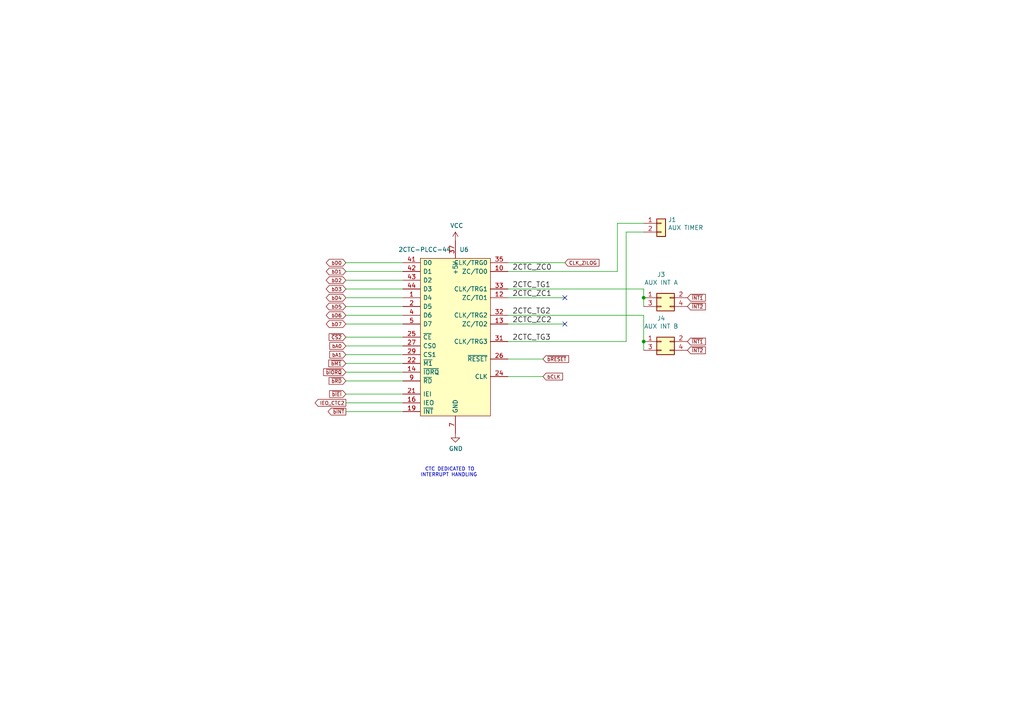
<source format=kicad_sch>
(kicad_sch (version 20211123) (generator eeschema)
  (paper "A4")
  (lib_symbols
    (symbol "Connector_Generic:Conn_01x02" (pin_names (offset 1.016) hide)
      (property "Reference" "J" (at 0 2.54 0))
      (property "Value" "Conn_01x02" (at 0 -5.08 0))
      (symbol "Conn_01x02_1_1"
        (rectangle (start -1.27 -2.413) (end 0 -2.667) (stroke (width 0.1524)))
        (rectangle (start -1.27 0.127) (end 0 -0.127) (stroke (width 0.1524)))
        (rectangle (start -1.27 1.27) (end 1.27 -3.81) (stroke (width 0.254)) (fill (type background)))
        (pin passive line (at -5.08 0 0) (length 3.81) (name "Pin_1") (number "1"))
        (pin passive line (at -5.08 -2.54 0) (length 3.81) (name "Pin_2") (number "2"))
      )
    )
    (symbol "Connector_Generic:Conn_02x02_Odd_Even" (pin_names (offset 1.016) hide)
      (property "Reference" "J" (at 1.27 2.54 0))
      (property "Value" "Conn_02x02_Odd_Even" (at 1.27 -5.08 0))
      (symbol "Conn_02x02_Odd_Even_1_1"
        (rectangle (start -1.27 -2.413) (end 0 -2.667) (stroke (width 0.1524)))
        (rectangle (start -1.27 0.127) (end 0 -0.127) (stroke (width 0.1524)))
        (rectangle (start -1.27 1.27) (end 3.81 -3.81) (stroke (width 0.254)) (fill (type background)))
        (rectangle (start 3.81 -2.413) (end 2.54 -2.667) (stroke (width 0.1524)))
        (rectangle (start 3.81 0.127) (end 2.54 -0.127) (stroke (width 0.1524)))
        (pin passive line (at -5.08 0 0) (length 3.81) (name "Pin_1") (number "1"))
        (pin passive line (at 7.62 0 180) (length 3.81) (name "Pin_2") (number "2"))
        (pin passive line (at -5.08 -2.54 0) (length 3.81) (name "Pin_3") (number "3"))
        (pin passive line (at 7.62 -2.54 180) (length 3.81) (name "Pin_4") (number "4"))
      )
    )
    (symbol "Zilog_Z80_Peripherals:CTC-PLCC-44" (pin_names (offset 0.762))
      (property "Reference" "IC" (at 0 2.54 0))
      (property "Value" "CTC-PLCC-44" (at 12.7 1.27 0))
      (symbol "CTC-PLCC-44_0_0"
        (pin bidirectional line (at -5.08 -11.43 0) (length 5.08) (name "D4") (number "1"))
        (pin output line (at 25.4 -3.81 180) (length 5.08) (name "ZC/TO0") (number "10"))
        (pin no_connect line (at 12.7 -12.7 0) (length 2.54) hide (name "NC") (number "11"))
        (pin output line (at 25.4 -11.43 180) (length 5.08) (name "ZC/TO1") (number "12"))
        (pin output line (at 25.4 -19.05 180) (length 5.08) (name "ZC/TO2") (number "13"))
        (pin input line (at -5.08 -33.02 0) (length 5.08) (name "~{IORQ}") (number "14"))
        (pin no_connect line (at 12.7 -15.24 0) (length 2.54) hide (name "NC") (number "15"))
        (pin output line (at -5.08 -41.91 0) (length 5.08) (name "IEO") (number "16"))
        (pin no_connect line (at 12.7 -17.78 0) (length 2.54) hide (name "NC") (number "17"))
        (pin no_connect line (at 12.7 -20.32 0) (length 2.54) hide (name "NC") (number "18"))
        (pin open_collector line (at -5.08 -44.45 0) (length 5.08) (name "~{INT}") (number "19"))
        (pin bidirectional line (at -5.08 -13.97 0) (length 5.08) (name "D5") (number "2"))
        (pin no_connect line (at 12.7 -22.86 0) (length 2.54) hide (name "NC") (number "20"))
        (pin input line (at -5.08 -39.37 0) (length 5.08) (name "IEI") (number "21"))
        (pin input line (at -5.08 -30.48 0) (length 5.08) (name "~{M1}") (number "22"))
        (pin no_connect line (at 12.7 -25.4 0) (length 2.54) hide (name "NC") (number "23"))
        (pin input line (at 25.4 -34.29 180) (length 5.08) (name "CLK") (number "24"))
        (pin input line (at -5.08 -22.86 0) (length 5.08) (name "~{CE}") (number "25"))
        (pin input line (at 25.4 -29.21 180) (length 5.08) (name "~{RESET}") (number "26"))
        (pin input line (at -5.08 -25.4 0) (length 5.08) (name "CS0") (number "27"))
        (pin no_connect line (at 12.7 -27.94 0) (length 2.54) hide (name "NC") (number "28"))
        (pin input line (at -5.08 -27.94 0) (length 5.08) (name "CS1") (number "29"))
        (pin no_connect line (at 12.7 -5.08 0) (length 2.54) hide (name "NC") (number "3"))
        (pin no_connect line (at 12.7 -30.48 0) (length 2.54) hide (name "NC") (number "30"))
        (pin input line (at 25.4 -24.13 180) (length 5.08) (name "CLK/TRG3") (number "31"))
        (pin input line (at 25.4 -16.51 180) (length 5.08) (name "CLK/TRG2") (number "32"))
        (pin input line (at 25.4 -8.89 180) (length 5.08) (name "CLK/TRG1") (number "33"))
        (pin no_connect line (at 12.7 -33.02 0) (length 2.54) hide (name "NC") (number "34"))
        (pin input line (at 25.4 -1.27 180) (length 5.08) (name "CLK/TRG0") (number "35"))
        (pin no_connect line (at 12.7 -43.18 0) (length 2.54) hide (name "NC") (number "36"))
        (pin power_in line (at 10.16 5.08 270) (length 5.08) (name "+5V") (number "37"))
        (pin no_connect line (at 12.7 -35.56 0) (length 2.54) hide (name "NC") (number "38"))
        (pin no_connect line (at 12.7 -40.64 0) (length 2.54) hide (name "NC") (number "39"))
        (pin bidirectional line (at -5.08 -16.51 0) (length 5.08) (name "D6") (number "4"))
        (pin no_connect line (at 12.7 -38.1 0) (length 2.54) hide (name "NC") (number "40"))
        (pin bidirectional line (at -5.08 -1.27 0) (length 5.08) (name "D0") (number "41"))
        (pin bidirectional line (at -5.08 -3.81 0) (length 5.08) (name "D1") (number "42"))
        (pin bidirectional line (at -5.08 -6.35 0) (length 5.08) (name "D2") (number "43"))
        (pin bidirectional line (at -5.08 -8.89 0) (length 5.08) (name "D3") (number "44"))
        (pin bidirectional line (at -5.08 -19.05 0) (length 5.08) (name "D7") (number "5"))
        (pin no_connect line (at 12.7 -7.62 0) (length 2.54) hide (name "NC") (number "6"))
        (pin power_in line (at 10.16 -50.8 90) (length 5.08) (name "GND") (number "7"))
        (pin no_connect line (at 12.7 -10.16 0) (length 2.54) hide (name "NC") (number "8"))
        (pin input line (at -5.08 -35.56 0) (length 5.08) (name "~{RD}") (number "9"))
      )
      (symbol "CTC-PLCC-44_0_1"
        (rectangle (start 0 0) (end 20.32 -45.72) (fill (type background)))
      )
    )
    (symbol "power:GND" (power) (pin_names (offset 0))
      (property "Value" "GND" (at 0 -3.81 0))
      (symbol "GND_0_1"
        (polyline (pts (xy 0 0) (xy 0 -1.27) (xy 1.27 -1.27) (xy 0 -2.54) (xy -1.27 -1.27) (xy 0 -1.27)))
      )
      (symbol "GND_1_1"
        (pin power_in line (at 0 0 270) (length 0) hide (name "GND") (number "1"))
      )
    )
    (symbol "power:VCC" (power) (pin_names (offset 0))
      (property "Value" "VCC" (at 0 3.81 0))
      (symbol "VCC_0_1"
        (polyline (pts (xy -0.762 1.27) (xy 0 2.54)))
        (polyline (pts (xy 0 0) (xy 0 2.54)))
        (polyline (pts (xy 0 2.54) (xy 0.762 1.27)))
      )
      (symbol "VCC_1_1"
        (pin power_in line (at 0 0 90) (length 0) hide (name "VCC") (number "1"))
      )
    )
  )
  (junction (at 186.69 99.06))
  (junction (at 186.69 86.36))
  (no_connect (at 163.83 93.98))
  (no_connect (at 163.83 86.36))
  (wire (pts (xy 147.32 83.82) (xy 186.69 83.82)))
  (wire (pts (xy 147.32 91.44) (xy 186.69 91.44)))
  (wire (pts (xy 186.69 83.82) (xy 186.69 86.36)))
  (wire (pts (xy 100.33 102.87) (xy 116.84 102.87)))
  (wire (pts (xy 179.07 64.77) (xy 186.69 64.77)))
  (wire (pts (xy 186.69 99.06) (xy 186.69 101.6)))
  (wire (pts (xy 100.33 78.74) (xy 116.84 78.74)))
  (wire (pts (xy 100.33 91.44) (xy 116.84 91.44)))
  (wire (pts (xy 100.33 105.41) (xy 116.84 105.41)))
  (wire (pts (xy 100.33 107.95) (xy 116.84 107.95)))
  (wire (pts (xy 100.33 100.33) (xy 116.84 100.33)))
  (wire (pts (xy 100.33 93.98) (xy 116.84 93.98)))
  (wire (pts (xy 179.07 78.74) (xy 179.07 64.77)))
  (wire (pts (xy 147.32 76.2) (xy 163.83 76.2)))
  (wire (pts (xy 100.33 97.79) (xy 116.84 97.79)))
  (wire (pts (xy 147.32 78.74) (xy 179.07 78.74)))
  (wire (pts (xy 100.33 83.82) (xy 116.84 83.82)))
  (wire (pts (xy 186.69 91.44) (xy 186.69 99.06)))
  (wire (pts (xy 186.69 67.31) (xy 181.61 67.31)))
  (wire (pts (xy 186.69 86.36) (xy 186.69 88.9)))
  (wire (pts (xy 100.33 81.28) (xy 116.84 81.28)))
  (wire (pts (xy 147.32 104.14) (xy 157.48 104.14)))
  (wire (pts (xy 147.32 109.22) (xy 157.48 109.22)))
  (wire (pts (xy 147.32 86.36) (xy 163.83 86.36)))
  (wire (pts (xy 100.33 116.84) (xy 116.84 116.84)))
  (wire (pts (xy 181.61 67.31) (xy 181.61 99.06)))
  (wire (pts (xy 100.33 88.9) (xy 116.84 88.9)))
  (wire (pts (xy 100.33 86.36) (xy 116.84 86.36)))
  (wire (pts (xy 147.32 93.98) (xy 163.83 93.98)))
  (wire (pts (xy 100.33 76.2) (xy 116.84 76.2)))
  (wire (pts (xy 100.33 114.3) (xy 116.84 114.3)))
  (wire (pts (xy 100.33 110.49) (xy 116.84 110.49)))
  (wire (pts (xy 147.32 99.06) (xy 181.61 99.06)))
  (wire (pts (xy 100.33 119.38) (xy 116.84 119.38)))
  (text "CTC DEDICATED TO \nINTERRUPT HANDLING" (at 138.43 138.43 180) (effects (font (size 1.016 1.016)) (justify right bottom)))
  (label "2CTC_TG2" (at 148.59 91.44 0) (effects (font (size 1.524 1.524))))
  (label "2CTC_ZC1" (at 148.59 86.36 0) (effects (font (size 1.524 1.524))))
  (label "2CTC_ZC0" (at 148.59 78.74 0) (effects (font (size 1.524 1.524))))
  (label "2CTC_TG3" (at 148.59 99.06 0) (effects (font (size 1.524 1.524))))
  (label "2CTC_TG1" (at 148.59 83.82 0) (effects (font (size 1.524 1.524))))
  (label "2CTC_ZC2" (at 148.59 93.98 0) (effects (font (size 1.524 1.524))))
  (global_label "~{bRESET}" (shape input) (at 157.48 104.14 0) (effects (font (size 1.016 1.016))) (property "Intersheet References" "${INTERSHEET_REFS}" (effects hide)))
  (global_label "bD7" (shape bidirectional) (at 100.33 93.98 180) (effects (font (size 1.016 1.016))) (property "Intersheet References" "${INTERSHEET_REFS}" (effects hide)))
  (global_label "~{bM1}" (shape input) (at 100.33 105.41 180) (effects (font (size 1.016 1.016))) (property "Intersheet References" "${INTERSHEET_REFS}" (effects hide)))
  (global_label "bD2" (shape bidirectional) (at 100.33 81.28 180) (effects (font (size 1.016 1.016))) (property "Intersheet References" "${INTERSHEET_REFS}" (effects hide)))
  (global_label "~{INT2}" (shape input) (at 199.39 88.9 0) (effects (font (size 1.016 1.016))) (property "Intersheet References" "${INTERSHEET_REFS}" (effects hide)))
  (global_label "bD1" (shape bidirectional) (at 100.33 78.74 180) (effects (font (size 1.016 1.016))) (property "Intersheet References" "${INTERSHEET_REFS}" (effects hide)))
  (global_label "bD5" (shape bidirectional) (at 100.33 88.9 180) (effects (font (size 1.016 1.016))) (property "Intersheet References" "${INTERSHEET_REFS}" (effects hide)))
  (global_label "~{CS2}" (shape input) (at 100.33 97.79 180) (effects (font (size 1.016 1.016))) (property "Intersheet References" "${INTERSHEET_REFS}" (effects hide)))
  (global_label "~{INT2}" (shape input) (at 199.39 101.6 0) (effects (font (size 1.016 1.016))) (property "Intersheet References" "${INTERSHEET_REFS}" (effects hide)))
  (global_label "~{bINT}" (shape output) (at 100.33 119.38 180) (effects (font (size 1.016 1.016))) (property "Intersheet References" "${INTERSHEET_REFS}" (effects hide)))
  (global_label "bA0" (shape input) (at 100.33 100.33 180) (effects (font (size 1.016 1.016))) (property "Intersheet References" "${INTERSHEET_REFS}" (effects hide)))
  (global_label "bCLK" (shape input) (at 157.48 109.22 0) (effects (font (size 1.016 1.016))) (property "Intersheet References" "${INTERSHEET_REFS}" (effects hide)))
  (global_label "~{bIORQ}" (shape input) (at 100.33 107.95 180) (effects (font (size 1.016 1.016))) (property "Intersheet References" "${INTERSHEET_REFS}" (effects hide)))
  (global_label "IEO_CTC2" (shape output) (at 100.33 116.84 180) (effects (font (size 1.016 1.016))) (property "Intersheet References" "${INTERSHEET_REFS}" (effects hide)))
  (global_label "bA1" (shape input) (at 100.33 102.87 180) (effects (font (size 1.016 1.016))) (property "Intersheet References" "${INTERSHEET_REFS}" (effects hide)))
  (global_label "bD6" (shape bidirectional) (at 100.33 91.44 180) (effects (font (size 1.016 1.016))) (property "Intersheet References" "${INTERSHEET_REFS}" (effects hide)))
  (global_label "~{bIEI}" (shape input) (at 100.33 114.3 180) (effects (font (size 1.016 1.016))) (property "Intersheet References" "${INTERSHEET_REFS}" (effects hide)))
  (global_label "~{INT1}" (shape input) (at 199.39 99.06 0) (effects (font (size 1.016 1.016))) (property "Intersheet References" "${INTERSHEET_REFS}" (effects hide)))
  (global_label "bD3" (shape bidirectional) (at 100.33 83.82 180) (effects (font (size 1.016 1.016))) (property "Intersheet References" "${INTERSHEET_REFS}" (effects hide)))
  (global_label "~{bRD}" (shape input) (at 100.33 110.49 180) (effects (font (size 1.016 1.016))) (property "Intersheet References" "${INTERSHEET_REFS}" (effects hide)))
  (global_label "CLK_ZILOG" (shape input) (at 163.83 76.2 0) (effects (font (size 1.016 1.016))) (property "Intersheet References" "${INTERSHEET_REFS}" (effects hide)))
  (global_label "bD4" (shape bidirectional) (at 100.33 86.36 180) (effects (font (size 1.016 1.016))) (property "Intersheet References" "${INTERSHEET_REFS}" (effects hide)))
  (global_label "bD0" (shape bidirectional) (at 100.33 76.2 180) (effects (font (size 1.016 1.016))) (property "Intersheet References" "${INTERSHEET_REFS}" (effects hide)))
  (global_label "~{INT1}" (shape input) (at 199.39 86.36 0) (effects (font (size 1.016 1.016))) (property "Intersheet References" "${INTERSHEET_REFS}" (effects hide)))
  (symbol (lib_id "power:VCC") (at 132.08 69.85 0) (unit 1)
    (property "Reference" "#PWR04" (effects hide))
    (property "Value" "VCC" (at 132.461 65.4558 0))
  )
  (symbol (lib_id "power:GND") (at 132.08 125.73 0) (unit 1)
    (property "Reference" "#PWR05" (effects hide))
    (property "Value" "GND" (at 132.207 130.1242 0))
  )
  (symbol (lib_id "Zilog_Z80_Peripherals:CTC-PLCC-44") (at 121.92 74.93 0) (unit 1)
    (property "Reference" "U6" (at 134.62 72.39 0))
    (property "Value" "2CTC-PLCC-44" (at 123.19 72.39 0))
    (property "Footprint" "Package_LCC:PLCC-44_16.6x16.6mm_P1.27mm" (effects hide))
    (property "Datasheet" "http://www.zilog.com/docs/z80/ps0181.pdf" (effects hide))
    (property "Description" "Z8430 Zilog CTC" (effects hide))
    (property "Height" "5.21" (effects hide))
    (property "Manufacturer_Name" "Zilog" (effects hide))
    (property "Manufacturer_Part_Number" "Z84C3010PEG" (effects hide))
    (property "Mouser Part Number" "692-Z84C3010PEG" (effects hide))
    (property "Mouser Price/Stock" "https://www.mouser.com/Search/Refine.aspx?Keyword=692-Z84C3010PEG" (effects hide))
  )
  (symbol (lib_id "Connector_Generic:Conn_02x02_Odd_Even") (at 191.77 86.36 0) (unit 1)
    (property "Reference" "J3" (at 191.77 79.629 0))
    (property "Value" "AUX INT A" (at 191.77 81.9404 0))
    (property "Footprint" "Connector_PinHeader_2.54mm:PinHeader_2x02_P2.54mm_Vertical" (effects hide))
  )
  (symbol (lib_id "Connector_Generic:Conn_02x02_Odd_Even") (at 191.77 99.06 0) (unit 1)
    (property "Reference" "J4" (at 191.77 92.329 0))
    (property "Value" "AUX INT B" (at 191.77 94.6404 0))
    (property "Footprint" "Connector_PinHeader_2.54mm:PinHeader_2x02_P2.54mm_Vertical" (effects hide))
  )
  (symbol (lib_id "Connector_Generic:Conn_01x02") (at 191.77 64.77 0) (unit 1)
    (property "Reference" "J1" (at 193.7512 63.7286 0) (effects (justify left)))
    (property "Value" "AUX TIMER" (at 193.7512 66.04 0) (effects (justify left)))
    (property "Footprint" "Connector_PinHeader_2.54mm:PinHeader_1x02_P2.54mm_Vertical" (effects hide))
  )
)
</source>
